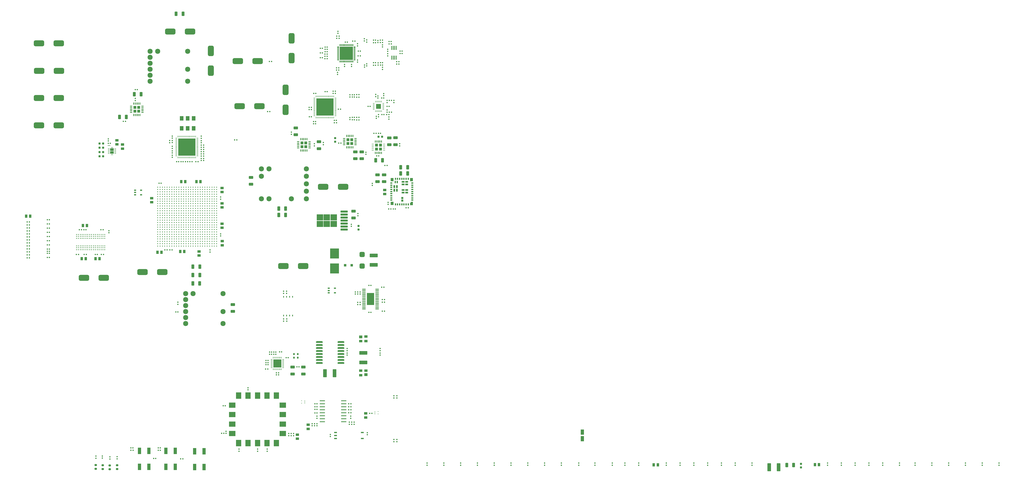
<source format=gbr>
G04*
G04 #@! TF.GenerationSoftware,Altium Limited,Altium Designer,23.11.1 (41)*
G04*
G04 Layer_Color=8421504*
%FSLAX44Y44*%
%MOMM*%
G71*
G04*
G04 #@! TF.SameCoordinates,04611707-018F-4F9C-9273-AB504833585F*
G04*
G04*
G04 #@! TF.FilePolarity,Positive*
G04*
G01*
G75*
%ADD30R,1.3000X1.3000*%
%ADD31R,1.3000X1.3000*%
%ADD32R,0.5000X1.0400*%
%ADD33R,0.8500X0.8500*%
%ADD34R,0.7300X1.2800*%
%ADD35R,1.2800X0.8000*%
%ADD36R,1.2400X1.4700*%
%ADD37R,1.3000X1.3000*%
%ADD38R,1.3000X1.3000*%
%ADD39R,2.7100X2.5750*%
%ADD40R,2.7100X2.5750*%
%ADD41R,3.1000X5.1600*%
G04:AMPARAMS|DCode=42|XSize=4.4mm|YSize=2.5mm|CornerRadius=0.625mm|HoleSize=0mm|Usage=FLASHONLY|Rotation=0.000|XOffset=0mm|YOffset=0mm|HoleType=Round|Shape=RoundedRectangle|*
%AMROUNDEDRECTD42*
21,1,4.4000,1.2500,0,0,0.0*
21,1,3.1500,2.5000,0,0,0.0*
1,1,1.2500,1.5750,-0.6250*
1,1,1.2500,-1.5750,-0.6250*
1,1,1.2500,-1.5750,0.6250*
1,1,1.2500,1.5750,0.6250*
%
%ADD42ROUNDEDRECTD42*%
G04:AMPARAMS|DCode=43|XSize=0.3mm|YSize=0.95mm|CornerRadius=0.0625mm|HoleSize=0mm|Usage=FLASHONLY|Rotation=270.000|XOffset=0mm|YOffset=0mm|HoleType=Round|Shape=RoundedRectangle|*
%AMROUNDEDRECTD43*
21,1,0.3000,0.8250,0,0,270.0*
21,1,0.1750,0.9500,0,0,270.0*
1,1,0.1250,-0.4125,-0.0875*
1,1,0.1250,-0.4125,0.0875*
1,1,0.1250,0.4125,0.0875*
1,1,0.1250,0.4125,-0.0875*
%
%ADD43ROUNDEDRECTD43*%
G04:AMPARAMS|DCode=44|XSize=0.3mm|YSize=0.95mm|CornerRadius=0.0625mm|HoleSize=0mm|Usage=FLASHONLY|Rotation=180.000|XOffset=0mm|YOffset=0mm|HoleType=Round|Shape=RoundedRectangle|*
%AMROUNDEDRECTD44*
21,1,0.3000,0.8250,0,0,180.0*
21,1,0.1750,0.9500,0,0,180.0*
1,1,0.1250,-0.0875,0.4125*
1,1,0.1250,0.0875,0.4125*
1,1,0.1250,0.0875,-0.4125*
1,1,0.1250,-0.0875,-0.4125*
%
%ADD44ROUNDEDRECTD44*%
G04:AMPARAMS|DCode=45|XSize=4.4mm|YSize=2.5mm|CornerRadius=0.625mm|HoleSize=0mm|Usage=FLASHONLY|Rotation=270.000|XOffset=0mm|YOffset=0mm|HoleType=Round|Shape=RoundedRectangle|*
%AMROUNDEDRECTD45*
21,1,4.4000,1.2500,0,0,270.0*
21,1,3.1500,2.5000,0,0,270.0*
1,1,1.2500,-0.6250,-1.5750*
1,1,1.2500,-0.6250,1.5750*
1,1,1.2500,0.6250,1.5750*
1,1,1.2500,0.6250,-1.5750*
%
%ADD45ROUNDEDRECTD45*%
%ADD46C,2.1590*%
%ADD47R,0.9000X0.5500*%
%ADD48R,0.5500X0.9000*%
G04:AMPARAMS|DCode=49|XSize=0.508mm|YSize=0.508mm|CornerRadius=0.1524mm|HoleSize=0mm|Usage=FLASHONLY|Rotation=0.000|XOffset=0mm|YOffset=0mm|HoleType=Round|Shape=RoundedRectangle|*
%AMROUNDEDRECTD49*
21,1,0.5080,0.2032,0,0,0.0*
21,1,0.2032,0.5080,0,0,0.0*
1,1,0.3048,0.1016,-0.1016*
1,1,0.3048,-0.1016,-0.1016*
1,1,0.3048,-0.1016,0.1016*
1,1,0.3048,0.1016,0.1016*
%
%ADD49ROUNDEDRECTD49*%
G04:AMPARAMS|DCode=50|XSize=1.8034mm|YSize=1.1938mm|CornerRadius=0.203mm|HoleSize=0mm|Usage=FLASHONLY|Rotation=270.000|XOffset=0mm|YOffset=0mm|HoleType=Round|Shape=RoundedRectangle|*
%AMROUNDEDRECTD50*
21,1,1.8034,0.7879,0,0,270.0*
21,1,1.3975,1.1938,0,0,270.0*
1,1,0.4059,-0.3940,-0.6988*
1,1,0.4059,-0.3940,0.6988*
1,1,0.4059,0.3940,0.6988*
1,1,0.4059,0.3940,-0.6988*
%
%ADD50ROUNDEDRECTD50*%
G04:AMPARAMS|DCode=51|XSize=0.508mm|YSize=0.508mm|CornerRadius=0.1524mm|HoleSize=0mm|Usage=FLASHONLY|Rotation=270.000|XOffset=0mm|YOffset=0mm|HoleType=Round|Shape=RoundedRectangle|*
%AMROUNDEDRECTD51*
21,1,0.5080,0.2032,0,0,270.0*
21,1,0.2032,0.5080,0,0,270.0*
1,1,0.3048,-0.1016,-0.1016*
1,1,0.3048,-0.1016,0.1016*
1,1,0.3048,0.1016,0.1016*
1,1,0.3048,0.1016,-0.1016*
%
%ADD51ROUNDEDRECTD51*%
G04:AMPARAMS|DCode=52|XSize=1.8034mm|YSize=1.1938mm|CornerRadius=0.203mm|HoleSize=0mm|Usage=FLASHONLY|Rotation=180.000|XOffset=0mm|YOffset=0mm|HoleType=Round|Shape=RoundedRectangle|*
%AMROUNDEDRECTD52*
21,1,1.8034,0.7879,0,0,180.0*
21,1,1.3975,1.1938,0,0,180.0*
1,1,0.4059,-0.6988,0.3940*
1,1,0.4059,0.6988,0.3940*
1,1,0.4059,0.6988,-0.3940*
1,1,0.4059,-0.6988,-0.3940*
%
%ADD52ROUNDEDRECTD52*%
G04:AMPARAMS|DCode=53|XSize=1.397mm|YSize=1.0922mm|CornerRadius=0.2021mm|HoleSize=0mm|Usage=FLASHONLY|Rotation=0.000|XOffset=0mm|YOffset=0mm|HoleType=Round|Shape=RoundedRectangle|*
%AMROUNDEDRECTD53*
21,1,1.3970,0.6881,0,0,0.0*
21,1,0.9929,1.0922,0,0,0.0*
1,1,0.4041,0.4964,-0.3440*
1,1,0.4041,-0.4964,-0.3440*
1,1,0.4041,-0.4964,0.3440*
1,1,0.4041,0.4964,0.3440*
%
%ADD53ROUNDEDRECTD53*%
%ADD54R,0.9500X0.5000*%
G04:AMPARAMS|DCode=55|XSize=2.26mm|YSize=2.16mm|CornerRadius=0.54mm|HoleSize=0mm|Usage=FLASHONLY|Rotation=180.000|XOffset=0mm|YOffset=0mm|HoleType=Round|Shape=RoundedRectangle|*
%AMROUNDEDRECTD55*
21,1,2.2600,1.0800,0,0,180.0*
21,1,1.1800,2.1600,0,0,180.0*
1,1,1.0800,-0.5900,0.5400*
1,1,1.0800,0.5900,0.5400*
1,1,1.0800,0.5900,-0.5400*
1,1,1.0800,-0.5900,-0.5400*
%
%ADD55ROUNDEDRECTD55*%
G04:AMPARAMS|DCode=56|XSize=0.24mm|YSize=0.6mm|CornerRadius=0.0492mm|HoleSize=0mm|Usage=FLASHONLY|Rotation=90.000|XOffset=0mm|YOffset=0mm|HoleType=Round|Shape=RoundedRectangle|*
%AMROUNDEDRECTD56*
21,1,0.2400,0.5016,0,0,90.0*
21,1,0.1416,0.6000,0,0,90.0*
1,1,0.0984,0.2508,0.0708*
1,1,0.0984,0.2508,-0.0708*
1,1,0.0984,-0.2508,-0.0708*
1,1,0.0984,-0.2508,0.0708*
%
%ADD56ROUNDEDRECTD56*%
G04:AMPARAMS|DCode=57|XSize=0.889mm|YSize=0.8636mm|CornerRadius=0.1511mm|HoleSize=0mm|Usage=FLASHONLY|Rotation=0.000|XOffset=0mm|YOffset=0mm|HoleType=Round|Shape=RoundedRectangle|*
%AMROUNDEDRECTD57*
21,1,0.8890,0.5613,0,0,0.0*
21,1,0.5867,0.8636,0,0,0.0*
1,1,0.3023,0.2934,-0.2807*
1,1,0.3023,-0.2934,-0.2807*
1,1,0.3023,-0.2934,0.2807*
1,1,0.3023,0.2934,0.2807*
%
%ADD57ROUNDEDRECTD57*%
%ADD58R,0.3048X0.4572*%
G04:AMPARAMS|DCode=59|XSize=1.397mm|YSize=1.0922mm|CornerRadius=0.2021mm|HoleSize=0mm|Usage=FLASHONLY|Rotation=270.000|XOffset=0mm|YOffset=0mm|HoleType=Round|Shape=RoundedRectangle|*
%AMROUNDEDRECTD59*
21,1,1.3970,0.6881,0,0,270.0*
21,1,0.9929,1.0922,0,0,270.0*
1,1,0.4041,-0.3440,-0.4964*
1,1,0.4041,-0.3440,0.4964*
1,1,0.4041,0.3440,0.4964*
1,1,0.4041,0.3440,-0.4964*
%
%ADD59ROUNDEDRECTD59*%
%ADD60C,0.4500*%
%ADD61O,0.4500X0.4500*%
G04:AMPARAMS|DCode=62|XSize=0.4mm|YSize=0.7mm|CornerRadius=0.1mm|HoleSize=0mm|Usage=FLASHONLY|Rotation=180.000|XOffset=0mm|YOffset=0mm|HoleType=Round|Shape=RoundedRectangle|*
%AMROUNDEDRECTD62*
21,1,0.4000,0.5000,0,0,180.0*
21,1,0.2000,0.7000,0,0,180.0*
1,1,0.2000,-0.1000,0.2500*
1,1,0.2000,0.1000,0.2500*
1,1,0.2000,0.1000,-0.2500*
1,1,0.2000,-0.1000,-0.2500*
%
%ADD62ROUNDEDRECTD62*%
%ADD63R,1.5000X1.9000*%
G04:AMPARAMS|DCode=64|XSize=0.9mm|YSize=0.25mm|CornerRadius=0.05mm|HoleSize=0mm|Usage=FLASHONLY|Rotation=180.000|XOffset=0mm|YOffset=0mm|HoleType=Round|Shape=RoundedRectangle|*
%AMROUNDEDRECTD64*
21,1,0.9000,0.1500,0,0,180.0*
21,1,0.8000,0.2500,0,0,180.0*
1,1,0.1000,-0.4000,0.0750*
1,1,0.1000,0.4000,0.0750*
1,1,0.1000,0.4000,-0.0750*
1,1,0.1000,-0.4000,-0.0750*
%
%ADD64ROUNDEDRECTD64*%
G04:AMPARAMS|DCode=65|XSize=0.889mm|YSize=0.8636mm|CornerRadius=0.1511mm|HoleSize=0mm|Usage=FLASHONLY|Rotation=90.000|XOffset=0mm|YOffset=0mm|HoleType=Round|Shape=RoundedRectangle|*
%AMROUNDEDRECTD65*
21,1,0.8890,0.5613,0,0,90.0*
21,1,0.5867,0.8636,0,0,90.0*
1,1,0.3023,0.2807,0.2934*
1,1,0.3023,0.2807,-0.2934*
1,1,0.3023,-0.2807,-0.2934*
1,1,0.3023,-0.2807,0.2934*
%
%ADD65ROUNDEDRECTD65*%
G04:AMPARAMS|DCode=66|XSize=1.55mm|YSize=3.45mm|CornerRadius=0.175mm|HoleSize=0mm|Usage=FLASHONLY|Rotation=0.000|XOffset=0mm|YOffset=0mm|HoleType=Round|Shape=RoundedRectangle|*
%AMROUNDEDRECTD66*
21,1,1.5500,3.1000,0,0,0.0*
21,1,1.2000,3.4500,0,0,0.0*
1,1,0.3500,0.6000,-1.5500*
1,1,0.3500,-0.6000,-1.5500*
1,1,0.3500,-0.6000,1.5500*
1,1,0.3500,0.6000,1.5500*
%
%ADD66ROUNDEDRECTD66*%
%ADD67R,1.3500X2.7000*%
%ADD68O,0.8000X0.2300*%
%ADD69O,0.2300X0.8000*%
%ADD70R,7.4000X7.4000*%
%ADD71O,0.4000X1.8000*%
%ADD72R,7.4000X7.4000*%
%ADD73R,1.3500X2.2000*%
%ADD74R,2.1000X2.1000*%
%ADD75O,0.2000X0.8000*%
%ADD76O,0.8000X0.2000*%
%ADD77O,0.8500X0.2800*%
%ADD78R,5.6000X5.6000*%
%ADD79O,0.2800X0.8500*%
%ADD80O,1.6000X0.3000*%
%ADD81O,2.9210X0.7620*%
%ADD82R,1.4000X1.2000*%
%ADD83R,1.4000X1.0000*%
G04:AMPARAMS|DCode=84|XSize=0.25mm|YSize=0.4mm|CornerRadius=0.05mm|HoleSize=0mm|Usage=FLASHONLY|Rotation=90.000|XOffset=0mm|YOffset=0mm|HoleType=Round|Shape=RoundedRectangle|*
%AMROUNDEDRECTD84*
21,1,0.2500,0.3000,0,0,90.0*
21,1,0.1500,0.4000,0,0,90.0*
1,1,0.1000,0.1500,0.0750*
1,1,0.1000,0.1500,-0.0750*
1,1,0.1000,-0.1500,-0.0750*
1,1,0.1000,-0.1500,0.0750*
%
%ADD84ROUNDEDRECTD84*%
%ADD85R,2.2500X2.7500*%
%ADD86R,2.7500X2.2500*%
%ADD87R,1.2800X0.5000*%
G04:AMPARAMS|DCode=88|XSize=1.55mm|YSize=3.45mm|CornerRadius=0.175mm|HoleSize=0mm|Usage=FLASHONLY|Rotation=270.000|XOffset=0mm|YOffset=0mm|HoleType=Round|Shape=RoundedRectangle|*
%AMROUNDEDRECTD88*
21,1,1.5500,3.1000,0,0,270.0*
21,1,1.2000,3.4500,0,0,270.0*
1,1,0.3500,-1.5500,-0.6000*
1,1,0.3500,-1.5500,0.6000*
1,1,0.3500,1.5500,0.6000*
1,1,0.3500,1.5500,-0.6000*
%
%ADD88ROUNDEDRECTD88*%
G04:AMPARAMS|DCode=89|XSize=3.4mm|YSize=3.4mm|CornerRadius=0mm|HoleSize=0mm|Usage=FLASHONLY|Rotation=180.000|XOffset=0mm|YOffset=0mm|HoleType=Round|Shape=RoundedRectangle|*
%AMROUNDEDRECTD89*
21,1,3.4000,3.4000,0,0,180.0*
21,1,3.4000,3.4000,0,0,180.0*
1,1,0.0000,-1.7000,1.7000*
1,1,0.0000,1.7000,1.7000*
1,1,0.0000,1.7000,-1.7000*
1,1,0.0000,-1.7000,-1.7000*
%
%ADD89ROUNDEDRECTD89*%
%ADD90R,0.2500X0.8000*%
%ADD91R,0.8000X0.2500*%
G04:AMPARAMS|DCode=92|XSize=0.6mm|YSize=0.8mm|CornerRadius=0.1375mm|HoleSize=0mm|Usage=FLASHONLY|Rotation=180.000|XOffset=0mm|YOffset=0mm|HoleType=Round|Shape=RoundedRectangle|*
%AMROUNDEDRECTD92*
21,1,0.6000,0.5250,0,0,180.0*
21,1,0.3250,0.8000,0,0,180.0*
1,1,0.2750,-0.1625,0.2625*
1,1,0.2750,0.1625,0.2625*
1,1,0.2750,0.1625,-0.2625*
1,1,0.2750,-0.1625,-0.2625*
%
%ADD92ROUNDEDRECTD92*%
G04:AMPARAMS|DCode=93|XSize=3.06mm|YSize=0.89mm|CornerRadius=0.2225mm|HoleSize=0mm|Usage=FLASHONLY|Rotation=180.000|XOffset=0mm|YOffset=0mm|HoleType=Round|Shape=RoundedRectangle|*
%AMROUNDEDRECTD93*
21,1,3.0600,0.4450,0,0,180.0*
21,1,2.6150,0.8900,0,0,180.0*
1,1,0.4450,-1.3075,0.2225*
1,1,0.4450,1.3075,0.2225*
1,1,0.4450,1.3075,-0.2225*
1,1,0.4450,-1.3075,-0.2225*
%
%ADD93ROUNDEDRECTD93*%
%ADD94R,2.1990X0.4590*%
G04:AMPARAMS|DCode=95|XSize=1.1mm|YSize=1.1mm|CornerRadius=0.13mm|HoleSize=0mm|Usage=FLASHONLY|Rotation=270.000|XOffset=0mm|YOffset=0mm|HoleType=Round|Shape=RoundedRectangle|*
%AMROUNDEDRECTD95*
21,1,1.1000,0.8400,0,0,270.0*
21,1,0.8400,1.1000,0,0,270.0*
1,1,0.2600,-0.4200,-0.4200*
1,1,0.2600,-0.4200,0.4200*
1,1,0.2600,0.4200,0.4200*
1,1,0.2600,0.4200,-0.4200*
%
%ADD95ROUNDEDRECTD95*%
G04:AMPARAMS|DCode=96|XSize=1.1mm|YSize=1.1mm|CornerRadius=0.25mm|HoleSize=0mm|Usage=FLASHONLY|Rotation=270.000|XOffset=0mm|YOffset=0mm|HoleType=Round|Shape=RoundedRectangle|*
%AMROUNDEDRECTD96*
21,1,1.1000,0.6000,0,0,270.0*
21,1,0.6000,1.1000,0,0,270.0*
1,1,0.5000,-0.3000,-0.3000*
1,1,0.5000,-0.3000,0.3000*
1,1,0.5000,0.3000,0.3000*
1,1,0.5000,0.3000,-0.3000*
%
%ADD96ROUNDEDRECTD96*%
%ADD97R,3.8100X4.2418*%
G04:AMPARAMS|DCode=98|XSize=1mm|YSize=0.8mm|CornerRadius=0.2mm|HoleSize=0mm|Usage=FLASHONLY|Rotation=0.000|XOffset=0mm|YOffset=0mm|HoleType=Round|Shape=RoundedRectangle|*
%AMROUNDEDRECTD98*
21,1,1.0000,0.4000,0,0,0.0*
21,1,0.6000,0.8000,0,0,0.0*
1,1,0.4000,0.3000,-0.2000*
1,1,0.4000,-0.3000,-0.2000*
1,1,0.4000,-0.3000,0.2000*
1,1,0.4000,0.3000,0.2000*
%
%ADD98ROUNDEDRECTD98*%
G36*
X685613Y1395180D02*
X687112Y1395179D01*
X687112Y1395179D01*
X687212Y1395180D01*
X687396Y1395104D01*
X687536Y1394963D01*
X687613Y1394780D01*
Y1394680D01*
X687613Y1392281D01*
X687613Y1392281D01*
X687613Y1392181D01*
X687537Y1391997D01*
X687396Y1391855D01*
X687212Y1391779D01*
X687112Y1391779D01*
X685612Y1391779D01*
X685612Y1391779D01*
X685512Y1391780D01*
X685329Y1391856D01*
X685188Y1391997D01*
X685112Y1392181D01*
X685112Y1392280D01*
X685112Y1394680D01*
X685112D01*
X685112Y1394779D01*
X685189Y1394963D01*
X685329Y1395104D01*
X685513Y1395180D01*
X685613Y1395180D01*
D02*
G37*
G36*
X680613D02*
X682112Y1395179D01*
X682112Y1395179D01*
X682212Y1395180D01*
X682396Y1395104D01*
X682536Y1394963D01*
X682613Y1394780D01*
Y1394680D01*
X682613Y1392281D01*
X682613Y1392281D01*
X682613Y1392181D01*
X682537Y1391997D01*
X682396Y1391855D01*
X682212Y1391779D01*
X682112Y1391779D01*
X680612Y1391779D01*
X680612Y1391779D01*
X680512Y1391780D01*
X680329Y1391856D01*
X680188Y1391997D01*
X680112Y1392181D01*
X680112Y1392280D01*
X680112Y1394680D01*
X680112D01*
X680112Y1394779D01*
X680189Y1394963D01*
X680329Y1395104D01*
X680513Y1395180D01*
X680613Y1395180D01*
D02*
G37*
G36*
X690361Y1389780D02*
X690560Y1389780D01*
X690928Y1389628D01*
X691209Y1389347D01*
X691361Y1388980D01*
X691361Y1388781D01*
X691362Y1380179D01*
X691362Y1380179D01*
X691361Y1379980D01*
X691209Y1379613D01*
X690928Y1379332D01*
X690561Y1379180D01*
X690363Y1379180D01*
X677362Y1379179D01*
X677362Y1379179D01*
X677163Y1379180D01*
X676796Y1379332D01*
X676514Y1379613D01*
X676362Y1379981D01*
X676362Y1380179D01*
X676362Y1388779D01*
Y1388779D01*
X676361Y1388978D01*
X676514Y1389346D01*
X676795Y1389628D01*
X677163Y1389780D01*
X677362Y1389780D01*
X690361Y1389780D01*
X690361Y1389780D01*
D02*
G37*
G36*
X690363Y1377180D02*
X690562Y1377180D01*
X690929Y1377028D01*
X691210Y1376746D01*
X691363Y1376379D01*
X691363Y1376180D01*
X691363Y1367580D01*
X691363Y1367580D01*
X691363Y1367381D01*
X691211Y1367013D01*
X690929Y1366732D01*
X690562Y1366579D01*
X690362Y1366580D01*
X677363Y1366579D01*
X677363Y1366579D01*
X677165Y1366579D01*
X676797Y1366731D01*
X676516Y1367012D01*
X676363Y1367379D01*
X676363Y1367578D01*
X676363Y1376180D01*
X676363D01*
X676363Y1376379D01*
X676515Y1376746D01*
X676796Y1377027D01*
X677163Y1377179D01*
X677362Y1377179D01*
X690363Y1377180D01*
X690363Y1377180D01*
D02*
G37*
G36*
X685613Y1364580D02*
X687113Y1364580D01*
X687113Y1364580D01*
X687212Y1364580D01*
X687396Y1364503D01*
X687536Y1364362D01*
X687612Y1364178D01*
X687613Y1364079D01*
X687612Y1361680D01*
X687612Y1361680D01*
X687612Y1361580D01*
X687536Y1361396D01*
X687395Y1361255D01*
X687212Y1361179D01*
X687112Y1361179D01*
X685613Y1361180D01*
X685612Y1361180D01*
X685513Y1361180D01*
X685329Y1361255D01*
X685188Y1361396D01*
X685112Y1361580D01*
Y1361679D01*
X685111Y1364079D01*
Y1364079D01*
X685111Y1364178D01*
X685188Y1364363D01*
X685329Y1364504D01*
X685513Y1364580D01*
X685613Y1364580D01*
D02*
G37*
G36*
X680613D02*
X682113Y1364580D01*
X682113Y1364580D01*
X682212Y1364580D01*
X682396Y1364503D01*
X682536Y1364362D01*
X682612Y1364178D01*
X682612Y1364079D01*
X682612Y1361680D01*
X682612Y1361680D01*
X682612Y1361580D01*
X682536Y1361396D01*
X682395Y1361255D01*
X682212Y1361179D01*
X682112Y1361179D01*
X680613Y1361180D01*
X680612Y1361180D01*
X680513Y1361180D01*
X680329Y1361255D01*
X680188Y1361396D01*
X680112Y1361580D01*
Y1361679D01*
X680111Y1364079D01*
Y1364079D01*
X680111Y1364178D01*
X680188Y1364363D01*
X680329Y1364504D01*
X680513Y1364580D01*
X680613Y1364580D01*
D02*
G37*
G36*
X1959119Y1148576D02*
X1946719D01*
Y1156376D01*
Y1157376D01*
X1951919Y1163276D01*
X1959119D01*
Y1148576D01*
D02*
G37*
G36*
X1399430Y483220D02*
X1390730D01*
Y491920D01*
X1399430D01*
Y483220D01*
D02*
G37*
G36*
X1388730D02*
X1380030D01*
Y491920D01*
X1388730D01*
Y483220D01*
D02*
G37*
G36*
X1378030D02*
X1369330D01*
Y491920D01*
X1378030D01*
Y483220D01*
D02*
G37*
G36*
X1399430Y472520D02*
X1390730D01*
Y481220D01*
X1399430D01*
Y472520D01*
D02*
G37*
G36*
X1388730D02*
X1380030D01*
Y481220D01*
X1388730D01*
Y472520D01*
D02*
G37*
G36*
X1378030D02*
X1369330D01*
Y481220D01*
X1378030D01*
Y472520D01*
D02*
G37*
G36*
X1399430Y461820D02*
X1390730D01*
Y470520D01*
X1399430D01*
Y461820D01*
D02*
G37*
G36*
X1388730D02*
X1380030D01*
Y470520D01*
X1388730D01*
Y461820D01*
D02*
G37*
G36*
X1378030D02*
X1369330D01*
Y470520D01*
X1378030D01*
Y461820D01*
D02*
G37*
D30*
X1683537Y1410293D02*
D03*
X1699536D02*
D03*
X797273Y1547080D02*
D03*
X1504810Y1412611D02*
D03*
X1821399Y1386027D02*
D03*
Y1403026D02*
D03*
X1804400D02*
D03*
Y1386027D02*
D03*
D31*
X1683537Y1426293D02*
D03*
X1699536D02*
D03*
X797273Y1563080D02*
D03*
X1504810Y1396611D02*
D03*
D32*
X1884617Y1246979D02*
D03*
X1892617D02*
D03*
D33*
X1914110Y1167627D02*
D03*
Y1179127D02*
D03*
D34*
X1880267Y1227479D02*
D03*
X1890567D02*
D03*
X1880267Y1211679D02*
D03*
X1890567D02*
D03*
D35*
X1917010Y1236777D02*
D03*
X1917017Y1247770D02*
D03*
X1932810Y1236777D02*
D03*
X1932817Y1247770D02*
D03*
Y1212970D02*
D03*
X1932810Y1201977D02*
D03*
X1917017Y1212970D02*
D03*
X1917010Y1201977D02*
D03*
D36*
X1870917Y1155871D02*
D03*
Y1256870D02*
D03*
X1952917D02*
D03*
D37*
X781273Y1563080D02*
D03*
X1488810Y1396611D02*
D03*
D38*
X781273Y1547080D02*
D03*
X1488810Y1412611D02*
D03*
D39*
X1594011Y1069117D02*
D03*
X1564911Y1096883D02*
D03*
X1623111D02*
D03*
D40*
Y1069123D02*
D03*
X1564911D02*
D03*
X1594011Y1096876D02*
D03*
D41*
X1779170Y750200D02*
D03*
D42*
X374470Y1487170D02*
D03*
X458470D02*
D03*
X374470Y1602740D02*
D03*
X458470D02*
D03*
X1217063Y1759551D02*
D03*
X1301063D02*
D03*
X458470Y1835150D02*
D03*
X374470D02*
D03*
X459054Y1718576D02*
D03*
X375054D02*
D03*
X896864Y865037D02*
D03*
X812864D02*
D03*
X649140Y840110D02*
D03*
X565140D02*
D03*
X931031Y1884903D02*
D03*
X1015031D02*
D03*
X1494282Y890524D02*
D03*
X1410282D02*
D03*
X1578809Y1226536D02*
D03*
X1662809D02*
D03*
X1224743Y1568704D02*
D03*
X1308743D02*
D03*
D43*
X1715536Y1405306D02*
D03*
Y1411806D02*
D03*
Y1418307D02*
D03*
Y1424806D02*
D03*
Y1431306D02*
D03*
X1667537Y1411806D02*
D03*
Y1405306D02*
D03*
Y1431306D02*
D03*
Y1424806D02*
D03*
Y1418307D02*
D03*
X765273Y1542080D02*
D03*
X813273D02*
D03*
Y1548580D02*
D03*
Y1555081D02*
D03*
Y1561580D02*
D03*
Y1568080D02*
D03*
X765273D02*
D03*
Y1561580D02*
D03*
Y1555081D02*
D03*
Y1548580D02*
D03*
X1472810Y1417611D02*
D03*
Y1411111D02*
D03*
Y1404611D02*
D03*
Y1398111D02*
D03*
Y1391611D02*
D03*
X1520810Y1411111D02*
D03*
Y1417611D02*
D03*
Y1391611D02*
D03*
Y1398111D02*
D03*
Y1404611D02*
D03*
D44*
X1704536Y1394307D02*
D03*
Y1442307D02*
D03*
X1698036D02*
D03*
X1691537D02*
D03*
X1685037D02*
D03*
X1678536D02*
D03*
Y1394307D02*
D03*
X1685037D02*
D03*
X1691537D02*
D03*
X1698036D02*
D03*
X776273Y1531080D02*
D03*
X782772D02*
D03*
X789273D02*
D03*
X795773D02*
D03*
X802272D02*
D03*
X782772Y1579080D02*
D03*
X776273D02*
D03*
X802272D02*
D03*
X795773D02*
D03*
X789273D02*
D03*
X1483810Y1428611D02*
D03*
Y1380611D02*
D03*
X1490310D02*
D03*
X1496810D02*
D03*
X1503310D02*
D03*
X1509810D02*
D03*
Y1428611D02*
D03*
X1503310D02*
D03*
X1496810D02*
D03*
X1490310D02*
D03*
X1825898Y1370534D02*
D03*
X1819398D02*
D03*
X1812899D02*
D03*
X1806399D02*
D03*
X1799899D02*
D03*
Y1418534D02*
D03*
X1806399D02*
D03*
X1812899D02*
D03*
X1819398D02*
D03*
X1825898D02*
D03*
D45*
X1419310Y1553464D02*
D03*
Y1637464D02*
D03*
X1102822Y1803332D02*
D03*
Y1719333D02*
D03*
X1445171Y1856071D02*
D03*
Y1772071D02*
D03*
D46*
X1154560Y646348D02*
D03*
Y697148D02*
D03*
Y773348D02*
D03*
X995810Y646348D02*
D03*
Y697148D02*
D03*
Y671748D02*
D03*
Y747948D02*
D03*
Y722548D02*
D03*
X1027560Y773348D02*
D03*
X995810D02*
D03*
X1004109Y1674207D02*
D03*
Y1725007D02*
D03*
Y1801207D02*
D03*
X845359Y1674207D02*
D03*
Y1725007D02*
D03*
Y1699607D02*
D03*
Y1775807D02*
D03*
Y1750407D02*
D03*
X877109Y1801207D02*
D03*
X845359D02*
D03*
X1444334Y1175960D02*
D03*
X1349084D02*
D03*
X1507834Y1207710D02*
D03*
Y1175960D02*
D03*
Y1271210D02*
D03*
X1349084Y1302960D02*
D03*
X1507834Y1239460D02*
D03*
Y1302960D02*
D03*
X1317334Y1175960D02*
D03*
Y1271210D02*
D03*
Y1302960D02*
D03*
D47*
X1956169Y1206376D02*
D03*
Y1197376D02*
D03*
Y1188376D02*
D03*
Y1179376D02*
D03*
Y1170376D02*
D03*
Y1215376D02*
D03*
Y1224376D02*
D03*
Y1233376D02*
D03*
Y1242376D02*
D03*
X1867669D02*
D03*
Y1233376D02*
D03*
Y1224376D02*
D03*
Y1215376D02*
D03*
Y1170376D02*
D03*
Y1179376D02*
D03*
Y1188376D02*
D03*
Y1197376D02*
D03*
Y1206376D02*
D03*
D48*
X1911919Y1260626D02*
D03*
X1920919D02*
D03*
X1929919D02*
D03*
X1938919D02*
D03*
X1902919D02*
D03*
X1893919D02*
D03*
X1884919D02*
D03*
Y1152126D02*
D03*
X1893919D02*
D03*
X1902919D02*
D03*
X1938919D02*
D03*
X1929919D02*
D03*
X1920919D02*
D03*
X1911919D02*
D03*
D49*
X783101Y1601067D02*
D03*
Y1592177D02*
D03*
X1579372Y1413945D02*
D03*
Y1405055D02*
D03*
X1725927Y1103923D02*
D03*
Y1112813D02*
D03*
X1787259Y1231971D02*
D03*
Y1240861D02*
D03*
X668400Y1420694D02*
D03*
Y1429584D02*
D03*
X670730Y1031245D02*
D03*
Y1040135D02*
D03*
X1143974Y1182883D02*
D03*
Y1173993D02*
D03*
X1144186Y1026927D02*
D03*
Y1018037D02*
D03*
X1099101Y958465D02*
D03*
Y949575D02*
D03*
X963042Y736645D02*
D03*
Y727755D02*
D03*
X1444223Y1449047D02*
D03*
Y1457937D02*
D03*
X1903229Y1400088D02*
D03*
Y1408978D02*
D03*
X1853820Y1151631D02*
D03*
Y1160521D02*
D03*
X2729874Y54365D02*
D03*
Y45475D02*
D03*
X2661294Y54365D02*
D03*
Y45475D02*
D03*
X2587634Y54365D02*
D03*
Y45475D02*
D03*
X2516514Y54365D02*
D03*
Y45475D02*
D03*
X2445394Y54365D02*
D03*
Y45475D02*
D03*
X2374274Y54365D02*
D03*
Y45475D02*
D03*
X2303154Y54365D02*
D03*
Y45475D02*
D03*
X2232034Y54365D02*
D03*
Y45475D02*
D03*
X2160914Y54365D02*
D03*
Y45475D02*
D03*
X2089794Y54365D02*
D03*
Y45475D02*
D03*
X2018674Y54365D02*
D03*
Y45475D02*
D03*
X3395100Y54365D02*
D03*
Y45475D02*
D03*
X3323980Y54365D02*
D03*
Y45475D02*
D03*
X3265560Y54365D02*
D03*
Y45475D02*
D03*
X3207140Y54365D02*
D03*
Y45475D02*
D03*
X3148720Y54365D02*
D03*
Y45475D02*
D03*
X3090300Y54365D02*
D03*
Y45475D02*
D03*
X3032134Y54365D02*
D03*
Y45475D02*
D03*
X2915294Y54365D02*
D03*
Y45475D02*
D03*
X2856874Y54365D02*
D03*
Y45475D02*
D03*
X2803534Y54365D02*
D03*
Y45475D02*
D03*
X4441834D02*
D03*
Y54365D02*
D03*
X4370714Y45475D02*
D03*
Y54365D02*
D03*
X4299594Y45475D02*
D03*
Y54365D02*
D03*
X4228474Y45475D02*
D03*
Y54365D02*
D03*
X4157354Y45475D02*
D03*
Y54365D02*
D03*
X4086234Y45475D02*
D03*
Y54365D02*
D03*
X4020194Y45475D02*
D03*
Y54365D02*
D03*
X3949074Y45475D02*
D03*
Y54365D02*
D03*
X3890654Y45475D02*
D03*
Y54365D02*
D03*
X3832234Y45475D02*
D03*
Y54365D02*
D03*
X3774068Y45475D02*
D03*
Y54365D02*
D03*
X3715648Y45475D02*
D03*
Y54365D02*
D03*
X1423718Y783359D02*
D03*
Y774469D02*
D03*
X1410764Y656613D02*
D03*
Y665503D02*
D03*
Y774449D02*
D03*
Y783339D02*
D03*
X1424226Y665522D02*
D03*
Y656632D02*
D03*
X1071881Y1356827D02*
D03*
Y1365717D02*
D03*
Y1338031D02*
D03*
Y1346921D02*
D03*
X928625Y1422613D02*
D03*
Y1413723D02*
D03*
X1061975Y1394419D02*
D03*
Y1403309D02*
D03*
X1072135Y1394419D02*
D03*
Y1403309D02*
D03*
X1061975Y1375623D02*
D03*
Y1384513D02*
D03*
X1072135Y1375623D02*
D03*
Y1384513D02*
D03*
X1061975Y1338031D02*
D03*
Y1346921D02*
D03*
Y1356827D02*
D03*
Y1365717D02*
D03*
X939040Y1422864D02*
D03*
Y1413974D02*
D03*
X1062230Y1441155D02*
D03*
Y1432265D02*
D03*
X1061975Y1422356D02*
D03*
Y1413466D02*
D03*
X939040Y1351493D02*
D03*
Y1360383D02*
D03*
Y1370289D02*
D03*
Y1379179D02*
D03*
X939166Y1441663D02*
D03*
Y1432773D02*
D03*
X939040Y1389085D02*
D03*
Y1397975D02*
D03*
X1724290Y1755267D02*
D03*
Y1764157D02*
D03*
X1852422Y1809877D02*
D03*
Y1800987D02*
D03*
X1852422Y1782191D02*
D03*
Y1791081D02*
D03*
X1800858Y1609471D02*
D03*
Y1618361D02*
D03*
X1803398Y1525397D02*
D03*
Y1516507D02*
D03*
X1810766Y1602988D02*
D03*
Y1611878D02*
D03*
X1813306Y1523619D02*
D03*
Y1532509D02*
D03*
X1528999Y1554353D02*
D03*
Y1563243D02*
D03*
X1519091Y1554353D02*
D03*
Y1563243D02*
D03*
X1669542Y1736625D02*
D03*
Y1745515D02*
D03*
X1699076Y1736625D02*
D03*
Y1745515D02*
D03*
X1835390Y1612896D02*
D03*
Y1621786D02*
D03*
X1849256Y1583973D02*
D03*
Y1592863D02*
D03*
X1877963Y1592734D02*
D03*
Y1583844D02*
D03*
X1849256Y1551940D02*
D03*
Y1543050D02*
D03*
X1856994Y1522652D02*
D03*
Y1513762D02*
D03*
X1691913Y1520259D02*
D03*
Y1511369D02*
D03*
X1691861Y1616610D02*
D03*
Y1607720D02*
D03*
X1830103Y1733105D02*
D03*
Y1724215D02*
D03*
X1830107Y1828498D02*
D03*
Y1819608D02*
D03*
X1763417Y1739363D02*
D03*
Y1748253D02*
D03*
X1753491Y1734363D02*
D03*
Y1743253D02*
D03*
X1810900Y1838430D02*
D03*
Y1847320D02*
D03*
X1811485Y1742912D02*
D03*
Y1751802D02*
D03*
X1763163Y1849283D02*
D03*
Y1840394D02*
D03*
X1753237Y1854284D02*
D03*
Y1845394D02*
D03*
X1639784Y1702871D02*
D03*
Y1711761D02*
D03*
X1641132Y1886159D02*
D03*
Y1877269D02*
D03*
X1636498Y1865501D02*
D03*
Y1856611D02*
D03*
X1646498Y1865501D02*
D03*
Y1856611D02*
D03*
X1644909Y1721824D02*
D03*
Y1730714D02*
D03*
X1635001Y1721824D02*
D03*
Y1730714D02*
D03*
X1541559Y1400219D02*
D03*
Y1409109D02*
D03*
X1714500Y780415D02*
D03*
Y771525D02*
D03*
X1724660Y780415D02*
D03*
Y771525D02*
D03*
X1734820D02*
D03*
Y780415D02*
D03*
Y735965D02*
D03*
Y727075D02*
D03*
X1724660Y735965D02*
D03*
Y727075D02*
D03*
X1819910Y540385D02*
D03*
Y531495D02*
D03*
X1819910Y512445D02*
D03*
Y521335D02*
D03*
X1221740Y104775D02*
D03*
Y113665D02*
D03*
X1300480Y104775D02*
D03*
Y113665D02*
D03*
X1259840Y374015D02*
D03*
Y365125D02*
D03*
X1167130Y189230D02*
D03*
Y180340D02*
D03*
X1452880Y170815D02*
D03*
Y179705D02*
D03*
X1442720D02*
D03*
Y170815D02*
D03*
X1432560D02*
D03*
Y179705D02*
D03*
X1541780Y212725D02*
D03*
Y221615D02*
D03*
X1551940D02*
D03*
Y212725D02*
D03*
X1531620D02*
D03*
Y221615D02*
D03*
X1765300Y183515D02*
D03*
Y174625D02*
D03*
X1709420Y219075D02*
D03*
Y227965D02*
D03*
X1699260Y219075D02*
D03*
Y227965D02*
D03*
X1609090Y175895D02*
D03*
Y167005D02*
D03*
X1689100Y227965D02*
D03*
Y219075D02*
D03*
X1891030Y339725D02*
D03*
Y330835D02*
D03*
X1878330D02*
D03*
Y339725D02*
D03*
X1551940Y244475D02*
D03*
Y253365D02*
D03*
X1341120Y104775D02*
D03*
Y113665D02*
D03*
X1695450Y244475D02*
D03*
Y253365D02*
D03*
X1878330Y145415D02*
D03*
Y154305D02*
D03*
X1891030D02*
D03*
Y145415D02*
D03*
X1369060Y525145D02*
D03*
Y516255D02*
D03*
X1360170D02*
D03*
Y525145D02*
D03*
X1377950Y516255D02*
D03*
Y525145D02*
D03*
X1351280D02*
D03*
Y516255D02*
D03*
X1380490Y437515D02*
D03*
Y428625D02*
D03*
X1389380D02*
D03*
Y437515D02*
D03*
X1680210Y512445D02*
D03*
Y521335D02*
D03*
X1680210Y540385D02*
D03*
Y531495D02*
D03*
X1760117Y1373246D02*
D03*
Y1364356D02*
D03*
X1697990Y1067435D02*
D03*
Y1058545D02*
D03*
X675273Y71732D02*
D03*
Y80622D02*
D03*
X706053Y72680D02*
D03*
Y81570D02*
D03*
X615947Y75146D02*
D03*
Y84036D02*
D03*
X642851Y75417D02*
D03*
Y84307D02*
D03*
X1724406Y1824355D02*
D03*
Y1833245D02*
D03*
D50*
X807645Y1619364D02*
D03*
X778689D02*
D03*
X1830373Y1339193D02*
D03*
X1801417D02*
D03*
X1026838Y887608D02*
D03*
X1055794D02*
D03*
X1026584Y816234D02*
D03*
X1055540D02*
D03*
X1026838Y852048D02*
D03*
X1055794D02*
D03*
X984773Y1960121D02*
D03*
X955817D02*
D03*
X744632Y1522658D02*
D03*
X715676D02*
D03*
X1419562Y1134460D02*
D03*
X1390606D02*
D03*
Y1106960D02*
D03*
X1419562D02*
D03*
X1936285Y1282729D02*
D03*
X1907329D02*
D03*
X1936285Y1309148D02*
D03*
X1907329D02*
D03*
X3571630Y45856D02*
D03*
X3542674D02*
D03*
D51*
X791239Y1638344D02*
D03*
X782349D02*
D03*
X1849094Y1316642D02*
D03*
X1840204D02*
D03*
X1814110Y1357919D02*
D03*
X1805220D02*
D03*
X1334770Y453628D02*
D03*
X1343660D02*
D03*
X677268Y1410786D02*
D03*
X668378D02*
D03*
X637075Y1044580D02*
D03*
X645965D02*
D03*
X541825Y939170D02*
D03*
X532935D02*
D03*
X612945Y939170D02*
D03*
X621835D02*
D03*
X647870Y939171D02*
D03*
X638980D02*
D03*
X565955Y939170D02*
D03*
X574845D02*
D03*
X333545Y976000D02*
D03*
X324655D02*
D03*
X333545Y988700D02*
D03*
X324655D02*
D03*
X333545Y937900D02*
D03*
X324655D02*
D03*
X333545Y925200D02*
D03*
X324655D02*
D03*
X333545Y963300D02*
D03*
X324655D02*
D03*
X324655Y950600D02*
D03*
X333545D02*
D03*
X333545Y1026800D02*
D03*
X324655D02*
D03*
X333545Y1052200D02*
D03*
X324655D02*
D03*
Y1039500D02*
D03*
X333545D02*
D03*
Y1077600D02*
D03*
X324655D02*
D03*
X333545Y1064900D02*
D03*
X324655D02*
D03*
X333545Y1014100D02*
D03*
X324655D02*
D03*
X333545Y1001400D02*
D03*
X324655D02*
D03*
X418635Y953140D02*
D03*
X409745D02*
D03*
X418635Y979810D02*
D03*
X409745D02*
D03*
X418635Y997590D02*
D03*
X409745D02*
D03*
X418635Y944250D02*
D03*
X409745D02*
D03*
Y1015370D02*
D03*
X418635D02*
D03*
Y1050930D02*
D03*
X409745D02*
D03*
X418635Y926470D02*
D03*
X409745D02*
D03*
X418828Y1086494D02*
D03*
X409938D02*
D03*
X409745Y1068710D02*
D03*
X418635D02*
D03*
X409745Y1033150D02*
D03*
X418635D02*
D03*
Y962030D02*
D03*
X409745D02*
D03*
X545635Y1044580D02*
D03*
X554525D02*
D03*
X564685D02*
D03*
X573575D02*
D03*
X892091Y1241684D02*
D03*
X883201D02*
D03*
X908193Y958453D02*
D03*
X917083D02*
D03*
X938319Y958537D02*
D03*
X929429D02*
D03*
X963042Y695878D02*
D03*
X954152D02*
D03*
X966599Y1333078D02*
D03*
X957709D02*
D03*
X741035Y1504424D02*
D03*
X732145D02*
D03*
X1212723Y1425702D02*
D03*
X1203833D02*
D03*
X1802739Y1452890D02*
D03*
X1793849D02*
D03*
X1821789D02*
D03*
X1812899D02*
D03*
X1865364Y1132276D02*
D03*
X1856474D02*
D03*
X1884414D02*
D03*
X1875524D02*
D03*
X1930029Y1137737D02*
D03*
X1938919D02*
D03*
X879928Y109107D02*
D03*
X888818D02*
D03*
X879928Y119267D02*
D03*
X888818D02*
D03*
X764104Y108599D02*
D03*
X772994D02*
D03*
X763850Y118759D02*
D03*
X772740D02*
D03*
X860370Y74309D02*
D03*
X869260D02*
D03*
X974924Y72531D02*
D03*
X983814D02*
D03*
X1048132Y1333078D02*
D03*
X1039242D02*
D03*
X1014104D02*
D03*
X1022994D02*
D03*
X976507D02*
D03*
X985397D02*
D03*
X1004196D02*
D03*
X995306D02*
D03*
X1736217Y1802384D02*
D03*
X1727327D02*
D03*
X1735963Y1782064D02*
D03*
X1727073D02*
D03*
X1866773Y1842890D02*
D03*
X1857883D02*
D03*
X1858137Y1832982D02*
D03*
X1867027D02*
D03*
X1890395Y1747012D02*
D03*
X1899285D02*
D03*
X1913192Y1801878D02*
D03*
X1904302D02*
D03*
X1913255Y1791970D02*
D03*
X1904365D02*
D03*
X1899285Y1756918D02*
D03*
X1890395D02*
D03*
X1858146Y1567434D02*
D03*
X1849256D02*
D03*
X1777619D02*
D03*
X1768729D02*
D03*
X1642926Y1555757D02*
D03*
X1651817D02*
D03*
X1528999Y1523492D02*
D03*
X1520109D02*
D03*
X1634744Y1508252D02*
D03*
X1625854D02*
D03*
X1634871Y1498344D02*
D03*
X1625981D02*
D03*
X1681099Y1839976D02*
D03*
X1672209D02*
D03*
X1630045Y1632106D02*
D03*
X1621155D02*
D03*
X1586777Y1630469D02*
D03*
X1595667D02*
D03*
X1629791Y1622198D02*
D03*
X1620901D02*
D03*
X1343457Y1545844D02*
D03*
X1352346D02*
D03*
X1538351Y1622198D02*
D03*
X1547241D02*
D03*
X1537589Y1503521D02*
D03*
X1546479D02*
D03*
X1537589Y1493612D02*
D03*
X1546479D02*
D03*
X1712849Y1844192D02*
D03*
X1703959D02*
D03*
X1826333Y1602988D02*
D03*
X1835223D02*
D03*
X1859165Y1592734D02*
D03*
X1868055D02*
D03*
X1859165Y1543050D02*
D03*
X1868055D02*
D03*
X1848104Y1532560D02*
D03*
X1856994D02*
D03*
X1827476D02*
D03*
X1836366D02*
D03*
X1721115Y1521405D02*
D03*
X1730005D02*
D03*
X1721115Y1510117D02*
D03*
X1730005D02*
D03*
X1701821Y1520715D02*
D03*
X1710712D02*
D03*
X1701821Y1510806D02*
D03*
X1710712D02*
D03*
X1721198Y1617502D02*
D03*
X1730088D02*
D03*
X1721063Y1606214D02*
D03*
X1729953D02*
D03*
X1701769Y1607166D02*
D03*
X1710659D02*
D03*
X1701769Y1617074D02*
D03*
X1710659D02*
D03*
X1791606Y1848844D02*
D03*
X1800497D02*
D03*
X1791606Y1837542D02*
D03*
X1800497D02*
D03*
X1820808Y1838407D02*
D03*
X1829698D02*
D03*
X1820808Y1848336D02*
D03*
X1829698D02*
D03*
X1586566Y1789580D02*
D03*
X1595456D02*
D03*
X1586506Y1769763D02*
D03*
X1595396D02*
D03*
X1586628Y1799488D02*
D03*
X1595518D02*
D03*
X1586506Y1779671D02*
D03*
X1595396D02*
D03*
X1586689Y1809397D02*
D03*
X1595580D02*
D03*
X1586628Y1819305D02*
D03*
X1595518D02*
D03*
X1791861Y1753200D02*
D03*
X1800751D02*
D03*
X1821393Y1752922D02*
D03*
X1830283D02*
D03*
X1791861Y1741903D02*
D03*
X1800750D02*
D03*
X1821470Y1743014D02*
D03*
X1830360D02*
D03*
X1566646Y1813920D02*
D03*
X1575536D02*
D03*
X1566584Y1794691D02*
D03*
X1575474D02*
D03*
X1566462Y1774508D02*
D03*
X1575352D02*
D03*
X1838325Y736600D02*
D03*
X1829435D02*
D03*
Y748030D02*
D03*
X1838325D02*
D03*
X1772285Y807720D02*
D03*
X1781175D02*
D03*
X1835785Y800100D02*
D03*
X1826895D02*
D03*
X1838325Y698500D02*
D03*
X1829435D02*
D03*
X1772285Y693420D02*
D03*
X1781175D02*
D03*
X1148715Y180340D02*
D03*
X1157605D02*
D03*
X1784985Y265430D02*
D03*
X1776095D02*
D03*
X1543685Y306070D02*
D03*
X1552575D02*
D03*
X1543685Y293370D02*
D03*
X1552575D02*
D03*
X1543685Y281940D02*
D03*
X1552575D02*
D03*
X1543685Y266700D02*
D03*
X1552575D02*
D03*
X1687195Y306070D02*
D03*
X1696085D02*
D03*
X1687195Y293370D02*
D03*
X1696085D02*
D03*
X1687195Y280670D02*
D03*
X1696085D02*
D03*
X1687195Y267970D02*
D03*
X1696085D02*
D03*
X1467485Y462280D02*
D03*
X1476375D02*
D03*
X1402715Y525780D02*
D03*
X1393825D02*
D03*
X1345184Y480620D02*
D03*
X1336294D02*
D03*
Y489510D02*
D03*
X1345184D02*
D03*
X1430655Y501650D02*
D03*
X1421765D02*
D03*
X1336294Y471730D02*
D03*
X1345184D02*
D03*
X1653861Y1411806D02*
D03*
X1644971D02*
D03*
X1163955Y297180D02*
D03*
X1155065D02*
D03*
X1360118Y1757773D02*
D03*
X1351228D02*
D03*
D52*
X1858647Y1434053D02*
D03*
Y1405097D02*
D03*
X1196216Y726866D02*
D03*
Y697910D02*
D03*
X1272584Y1266438D02*
D03*
Y1237482D02*
D03*
X1560962Y1417339D02*
D03*
Y1388383D02*
D03*
X1885065Y1434310D02*
D03*
Y1405354D02*
D03*
X1836789Y1248311D02*
D03*
Y1277267D02*
D03*
X1808962Y1248351D02*
D03*
Y1277307D02*
D03*
X1462387Y1476479D02*
D03*
Y1447523D02*
D03*
X1494790Y461518D02*
D03*
Y432562D02*
D03*
X1449070Y461518D02*
D03*
Y432562D02*
D03*
X1741738Y1345813D02*
D03*
Y1374769D02*
D03*
X1715153Y1345739D02*
D03*
Y1374695D02*
D03*
X1706930Y1093922D02*
D03*
Y1122878D02*
D03*
D53*
X1839329Y1213175D02*
D03*
Y1196157D02*
D03*
X704912Y1406846D02*
D03*
Y1423864D02*
D03*
X728282Y1387926D02*
D03*
Y1405960D02*
D03*
X852069Y1161039D02*
D03*
Y1178057D02*
D03*
X1150451Y1139449D02*
D03*
Y1156467D02*
D03*
X1150536Y1069853D02*
D03*
Y1052835D02*
D03*
X1151044Y978667D02*
D03*
Y995685D02*
D03*
X1052510Y952077D02*
D03*
Y935059D02*
D03*
X1150451Y1204219D02*
D03*
Y1221237D02*
D03*
X1469390Y157861D02*
D03*
Y174879D02*
D03*
X1515110Y199771D02*
D03*
Y216789D02*
D03*
X1758950Y248031D02*
D03*
Y265049D02*
D03*
D54*
X781593Y1211907D02*
D03*
Y1202407D02*
D03*
Y1192907D02*
D03*
X807593D02*
D03*
Y1211907D02*
D03*
X1602358Y795904D02*
D03*
Y786404D02*
D03*
Y776905D02*
D03*
X1628358D02*
D03*
Y795904D02*
D03*
D55*
X1744000Y890500D02*
D03*
Y939500D02*
D03*
D56*
X669862Y1388180D02*
D03*
Y1383179D02*
D03*
Y1378180D02*
D03*
Y1373179D02*
D03*
Y1368180D02*
D03*
X697862Y1388180D02*
D03*
Y1383179D02*
D03*
Y1378180D02*
D03*
Y1373179D02*
D03*
Y1368180D02*
D03*
D57*
X646010Y1355704D02*
D03*
X631023D02*
D03*
X646136Y1373647D02*
D03*
X631151D02*
D03*
X646010Y1392219D02*
D03*
X631023D02*
D03*
X646010Y1410477D02*
D03*
X631023D02*
D03*
X1828012Y1438807D02*
D03*
X1813026D02*
D03*
D58*
X668378Y1401385D02*
D03*
X673966D02*
D03*
D59*
X555541Y921390D02*
D03*
X572559D02*
D03*
X613961Y921390D02*
D03*
X630979D02*
D03*
X320591Y1101730D02*
D03*
X337609D02*
D03*
X560621Y1062360D02*
D03*
X577639D02*
D03*
X972863Y952378D02*
D03*
X989881D02*
D03*
X876343Y949076D02*
D03*
X893361D02*
D03*
X1041951Y1248288D02*
D03*
X1058969D02*
D03*
X994575Y1248336D02*
D03*
X977557D02*
D03*
X2978667Y47380D02*
D03*
X2996701D02*
D03*
X3662181Y47888D02*
D03*
X3679199D02*
D03*
D60*
X653500Y1016001D02*
D03*
Y1008000D02*
D03*
Y976000D02*
D03*
X645500Y968000D02*
D03*
X637500Y1016001D02*
D03*
Y1008000D02*
D03*
Y968000D02*
D03*
X621500Y1008000D02*
D03*
X613500Y1016001D02*
D03*
Y968000D02*
D03*
X605500Y1016001D02*
D03*
X597500Y1008000D02*
D03*
Y976000D02*
D03*
Y968000D02*
D03*
X533500Y960000D02*
D03*
Y968000D02*
D03*
Y976000D02*
D03*
Y1008000D02*
D03*
Y1016001D02*
D03*
Y1024000D02*
D03*
X541500Y960000D02*
D03*
Y968000D02*
D03*
Y976000D02*
D03*
Y1008000D02*
D03*
Y1016001D02*
D03*
Y1024000D02*
D03*
X549500Y960000D02*
D03*
Y968000D02*
D03*
Y976000D02*
D03*
Y1008000D02*
D03*
Y1016001D02*
D03*
Y1024000D02*
D03*
X557500Y960000D02*
D03*
Y968000D02*
D03*
Y976000D02*
D03*
Y1008000D02*
D03*
Y1016001D02*
D03*
Y1024000D02*
D03*
X565500Y960000D02*
D03*
Y968000D02*
D03*
Y976000D02*
D03*
Y1008000D02*
D03*
Y1016001D02*
D03*
Y1024000D02*
D03*
X573500Y960000D02*
D03*
Y968000D02*
D03*
Y976000D02*
D03*
Y1008000D02*
D03*
Y1016001D02*
D03*
Y1024000D02*
D03*
X581500Y960000D02*
D03*
Y968000D02*
D03*
Y976000D02*
D03*
Y1008000D02*
D03*
Y1016001D02*
D03*
Y1024000D02*
D03*
X589500Y960000D02*
D03*
Y968000D02*
D03*
Y976000D02*
D03*
Y1008000D02*
D03*
Y1016001D02*
D03*
Y1024000D02*
D03*
X597500Y960000D02*
D03*
Y1016001D02*
D03*
Y1024000D02*
D03*
X605500Y960000D02*
D03*
Y968000D02*
D03*
Y976000D02*
D03*
Y1008000D02*
D03*
Y1024000D02*
D03*
X613500Y960000D02*
D03*
Y976000D02*
D03*
Y1008000D02*
D03*
Y1024000D02*
D03*
X621500Y960000D02*
D03*
Y968000D02*
D03*
Y976000D02*
D03*
Y1016001D02*
D03*
Y1024000D02*
D03*
X629500Y960000D02*
D03*
Y968000D02*
D03*
Y976000D02*
D03*
Y1008000D02*
D03*
Y1016001D02*
D03*
Y1024000D02*
D03*
X637500Y960000D02*
D03*
Y976000D02*
D03*
Y1024000D02*
D03*
X645500Y960000D02*
D03*
Y976000D02*
D03*
Y1008000D02*
D03*
Y1016001D02*
D03*
Y1024000D02*
D03*
X653500Y960000D02*
D03*
Y968000D02*
D03*
Y1024000D02*
D03*
X877510Y1225000D02*
D03*
Y1215000D02*
D03*
Y1195000D02*
D03*
Y1205000D02*
D03*
Y1185000D02*
D03*
Y1175000D02*
D03*
Y1155000D02*
D03*
Y1145000D02*
D03*
Y1135000D02*
D03*
Y1115000D02*
D03*
Y1125000D02*
D03*
Y1165000D02*
D03*
Y1095001D02*
D03*
Y1085001D02*
D03*
Y1075001D02*
D03*
Y1065001D02*
D03*
Y1045001D02*
D03*
Y995001D02*
D03*
Y1015001D02*
D03*
Y1025001D02*
D03*
Y1035001D02*
D03*
Y985001D02*
D03*
Y975000D02*
D03*
X887510Y1225000D02*
D03*
Y1215000D02*
D03*
Y1205000D02*
D03*
Y1195000D02*
D03*
Y1185000D02*
D03*
Y1175000D02*
D03*
Y1165000D02*
D03*
Y1155000D02*
D03*
Y1145000D02*
D03*
Y1135000D02*
D03*
Y1125000D02*
D03*
Y1115000D02*
D03*
Y1105001D02*
D03*
Y1095001D02*
D03*
Y1085001D02*
D03*
Y1075001D02*
D03*
Y1065001D02*
D03*
Y1055001D02*
D03*
Y1045001D02*
D03*
Y1035001D02*
D03*
Y1025001D02*
D03*
Y1015001D02*
D03*
Y995001D02*
D03*
Y985001D02*
D03*
Y975000D02*
D03*
X897510Y1225000D02*
D03*
Y1215000D02*
D03*
Y1205000D02*
D03*
Y1195000D02*
D03*
Y1185000D02*
D03*
Y1175000D02*
D03*
Y1165000D02*
D03*
Y1155000D02*
D03*
Y1145000D02*
D03*
Y1135000D02*
D03*
Y1125000D02*
D03*
Y1115000D02*
D03*
Y1105001D02*
D03*
Y1095001D02*
D03*
Y1085001D02*
D03*
Y1075001D02*
D03*
Y1065001D02*
D03*
Y1045001D02*
D03*
Y1035001D02*
D03*
Y1025001D02*
D03*
Y1015001D02*
D03*
Y1005001D02*
D03*
Y995001D02*
D03*
Y985001D02*
D03*
Y975000D02*
D03*
X907510Y1225000D02*
D03*
Y1215000D02*
D03*
Y1205000D02*
D03*
Y1195000D02*
D03*
Y1185000D02*
D03*
Y1175000D02*
D03*
Y1165000D02*
D03*
Y1155000D02*
D03*
Y1145000D02*
D03*
Y1135000D02*
D03*
Y1125000D02*
D03*
Y1115000D02*
D03*
Y1105001D02*
D03*
Y1095001D02*
D03*
Y1085001D02*
D03*
Y1075001D02*
D03*
Y1065001D02*
D03*
Y1055001D02*
D03*
Y1045001D02*
D03*
Y1035001D02*
D03*
Y1025001D02*
D03*
Y1015001D02*
D03*
Y1005001D02*
D03*
Y995001D02*
D03*
Y985001D02*
D03*
Y975000D02*
D03*
X917510Y1225000D02*
D03*
Y1215000D02*
D03*
Y1205000D02*
D03*
Y1195000D02*
D03*
Y1185000D02*
D03*
Y1175000D02*
D03*
Y1165000D02*
D03*
Y1155000D02*
D03*
Y1145000D02*
D03*
Y1135000D02*
D03*
Y1125000D02*
D03*
Y1115000D02*
D03*
Y1105001D02*
D03*
Y1095001D02*
D03*
Y1085001D02*
D03*
Y1075001D02*
D03*
Y1065001D02*
D03*
Y1055001D02*
D03*
Y1045001D02*
D03*
Y1035001D02*
D03*
Y1025001D02*
D03*
Y1015001D02*
D03*
Y1005001D02*
D03*
Y995001D02*
D03*
Y985001D02*
D03*
Y975000D02*
D03*
X927510Y1225000D02*
D03*
Y1215000D02*
D03*
Y1205000D02*
D03*
Y1195000D02*
D03*
Y1185000D02*
D03*
Y1175000D02*
D03*
Y1165000D02*
D03*
Y1155000D02*
D03*
Y1145000D02*
D03*
Y1135000D02*
D03*
Y1125000D02*
D03*
Y1115000D02*
D03*
Y1105001D02*
D03*
Y1095001D02*
D03*
Y1085001D02*
D03*
Y1075001D02*
D03*
Y1065001D02*
D03*
Y1055001D02*
D03*
Y1045001D02*
D03*
Y1035001D02*
D03*
Y1025001D02*
D03*
Y1015001D02*
D03*
Y1005001D02*
D03*
Y995001D02*
D03*
Y985001D02*
D03*
Y975000D02*
D03*
X937510Y1225000D02*
D03*
Y1215000D02*
D03*
Y1205000D02*
D03*
Y1195000D02*
D03*
Y1185000D02*
D03*
Y1175000D02*
D03*
Y1165000D02*
D03*
Y1155000D02*
D03*
Y1145000D02*
D03*
Y1135000D02*
D03*
Y1125000D02*
D03*
Y1115000D02*
D03*
Y1105001D02*
D03*
Y1095001D02*
D03*
Y1085001D02*
D03*
Y1075001D02*
D03*
Y1065001D02*
D03*
Y1055001D02*
D03*
Y1045001D02*
D03*
Y1035001D02*
D03*
Y1025001D02*
D03*
Y1015001D02*
D03*
Y1005001D02*
D03*
Y995001D02*
D03*
Y985001D02*
D03*
Y975000D02*
D03*
X947510Y1225000D02*
D03*
Y1215000D02*
D03*
Y1205000D02*
D03*
Y1195000D02*
D03*
Y1185000D02*
D03*
Y1175000D02*
D03*
Y1165000D02*
D03*
Y1155000D02*
D03*
Y1145000D02*
D03*
Y1135000D02*
D03*
Y1125000D02*
D03*
Y1115000D02*
D03*
Y1105001D02*
D03*
Y1095001D02*
D03*
Y1085001D02*
D03*
Y1075001D02*
D03*
Y1065001D02*
D03*
Y1055001D02*
D03*
Y1045001D02*
D03*
Y1035001D02*
D03*
Y1025001D02*
D03*
Y1015001D02*
D03*
Y1005001D02*
D03*
Y995001D02*
D03*
Y985001D02*
D03*
Y975000D02*
D03*
X957510Y1225000D02*
D03*
Y1215000D02*
D03*
Y1205000D02*
D03*
Y1195000D02*
D03*
Y1185000D02*
D03*
Y1175000D02*
D03*
Y1165000D02*
D03*
Y1155000D02*
D03*
Y1145000D02*
D03*
Y1135000D02*
D03*
Y1125000D02*
D03*
Y1115000D02*
D03*
Y1105001D02*
D03*
Y1095001D02*
D03*
Y1085001D02*
D03*
Y1075001D02*
D03*
Y1065001D02*
D03*
Y1055001D02*
D03*
Y1045001D02*
D03*
Y1035001D02*
D03*
Y1025001D02*
D03*
Y1015001D02*
D03*
Y1005001D02*
D03*
Y995001D02*
D03*
Y985001D02*
D03*
Y975000D02*
D03*
X967510Y1225000D02*
D03*
Y1215000D02*
D03*
Y1205000D02*
D03*
Y1195000D02*
D03*
Y1185000D02*
D03*
Y1175000D02*
D03*
Y1165000D02*
D03*
Y1155000D02*
D03*
Y1145000D02*
D03*
Y1135000D02*
D03*
Y1125000D02*
D03*
Y1115000D02*
D03*
Y1105001D02*
D03*
Y1095001D02*
D03*
Y1085001D02*
D03*
Y1075001D02*
D03*
Y1065001D02*
D03*
Y1055001D02*
D03*
Y1045001D02*
D03*
Y1035001D02*
D03*
Y1025001D02*
D03*
Y1015001D02*
D03*
Y1005001D02*
D03*
Y995001D02*
D03*
Y985001D02*
D03*
Y975000D02*
D03*
X977510Y1225000D02*
D03*
Y1215000D02*
D03*
Y1205000D02*
D03*
Y1195000D02*
D03*
Y1185000D02*
D03*
Y1175000D02*
D03*
Y1165000D02*
D03*
Y1155000D02*
D03*
Y1145000D02*
D03*
Y1135000D02*
D03*
Y1125000D02*
D03*
Y1115000D02*
D03*
Y1105001D02*
D03*
Y1095001D02*
D03*
Y1085001D02*
D03*
Y1075001D02*
D03*
Y1065001D02*
D03*
Y1055001D02*
D03*
Y1045001D02*
D03*
Y1035001D02*
D03*
Y1025001D02*
D03*
Y1015001D02*
D03*
Y1005001D02*
D03*
Y995001D02*
D03*
Y985001D02*
D03*
Y975000D02*
D03*
X987510Y1225000D02*
D03*
Y1215000D02*
D03*
Y1205000D02*
D03*
Y1195000D02*
D03*
Y1185000D02*
D03*
Y1175000D02*
D03*
Y1165000D02*
D03*
Y1155000D02*
D03*
Y1145000D02*
D03*
Y1135000D02*
D03*
Y1125000D02*
D03*
Y1115000D02*
D03*
Y1105001D02*
D03*
Y1095001D02*
D03*
Y1085001D02*
D03*
Y1075001D02*
D03*
Y1065001D02*
D03*
Y1055001D02*
D03*
Y1045001D02*
D03*
Y1035001D02*
D03*
Y1025001D02*
D03*
Y1015001D02*
D03*
Y1005001D02*
D03*
Y995001D02*
D03*
Y985001D02*
D03*
Y975000D02*
D03*
X997510Y1225000D02*
D03*
Y1215000D02*
D03*
Y1205000D02*
D03*
Y1195000D02*
D03*
Y1185000D02*
D03*
Y1175000D02*
D03*
Y1165000D02*
D03*
Y1155000D02*
D03*
Y1145000D02*
D03*
Y1135000D02*
D03*
Y1125000D02*
D03*
Y1115000D02*
D03*
Y1105001D02*
D03*
Y1095001D02*
D03*
Y1085001D02*
D03*
Y1075001D02*
D03*
Y1065001D02*
D03*
Y1055001D02*
D03*
Y1045001D02*
D03*
Y1035001D02*
D03*
Y1025001D02*
D03*
Y1015001D02*
D03*
Y1005001D02*
D03*
Y995001D02*
D03*
Y985001D02*
D03*
Y975000D02*
D03*
X1007510Y1225000D02*
D03*
Y1215000D02*
D03*
Y1205000D02*
D03*
Y1195000D02*
D03*
Y1185000D02*
D03*
Y1175000D02*
D03*
Y1165000D02*
D03*
Y1155000D02*
D03*
Y1145000D02*
D03*
Y1135000D02*
D03*
Y1125000D02*
D03*
Y1115000D02*
D03*
Y1105001D02*
D03*
Y1095001D02*
D03*
Y1085001D02*
D03*
Y1075001D02*
D03*
Y1065001D02*
D03*
Y1055001D02*
D03*
Y1045001D02*
D03*
Y1035001D02*
D03*
Y1025001D02*
D03*
Y1015001D02*
D03*
Y1005001D02*
D03*
Y995001D02*
D03*
Y985001D02*
D03*
Y975000D02*
D03*
X1017510Y1225000D02*
D03*
Y1215000D02*
D03*
Y1205000D02*
D03*
Y1195000D02*
D03*
Y1185000D02*
D03*
Y1175000D02*
D03*
Y1165000D02*
D03*
Y1155000D02*
D03*
Y1145000D02*
D03*
Y1135000D02*
D03*
Y1125000D02*
D03*
Y1115000D02*
D03*
Y1105001D02*
D03*
Y1095001D02*
D03*
Y1085001D02*
D03*
Y1075001D02*
D03*
Y1065001D02*
D03*
Y1055001D02*
D03*
Y1045001D02*
D03*
Y1035001D02*
D03*
Y1025001D02*
D03*
Y1015001D02*
D03*
Y1005001D02*
D03*
Y995001D02*
D03*
Y985001D02*
D03*
Y975000D02*
D03*
X1027510Y1225000D02*
D03*
Y1215000D02*
D03*
Y1205000D02*
D03*
Y1195000D02*
D03*
Y1185000D02*
D03*
Y1175000D02*
D03*
Y1165000D02*
D03*
Y1155000D02*
D03*
Y1145000D02*
D03*
Y1135000D02*
D03*
Y1125000D02*
D03*
Y1115000D02*
D03*
Y1105001D02*
D03*
Y1095001D02*
D03*
Y1085001D02*
D03*
Y1075001D02*
D03*
Y1065001D02*
D03*
Y1055001D02*
D03*
Y1045001D02*
D03*
Y1035001D02*
D03*
Y1025001D02*
D03*
Y1015001D02*
D03*
Y1005001D02*
D03*
Y995001D02*
D03*
Y985001D02*
D03*
Y975000D02*
D03*
X1037510Y1225000D02*
D03*
Y1215000D02*
D03*
Y1205000D02*
D03*
Y1195000D02*
D03*
Y1185000D02*
D03*
Y1175000D02*
D03*
Y1165000D02*
D03*
Y1155000D02*
D03*
Y1145000D02*
D03*
Y1135000D02*
D03*
Y1125000D02*
D03*
Y1115000D02*
D03*
Y1105001D02*
D03*
Y1095001D02*
D03*
Y1085001D02*
D03*
Y1075001D02*
D03*
Y1065001D02*
D03*
Y1055001D02*
D03*
Y1045001D02*
D03*
Y1035001D02*
D03*
Y1025001D02*
D03*
Y1015001D02*
D03*
Y1005001D02*
D03*
Y995001D02*
D03*
Y985001D02*
D03*
Y975000D02*
D03*
X1047510Y1225000D02*
D03*
Y1215000D02*
D03*
Y1205000D02*
D03*
Y1195000D02*
D03*
Y1185000D02*
D03*
Y1175000D02*
D03*
Y1165000D02*
D03*
Y1155000D02*
D03*
Y1145000D02*
D03*
Y1135000D02*
D03*
Y1125000D02*
D03*
Y1115000D02*
D03*
Y1105001D02*
D03*
Y1095001D02*
D03*
Y1085001D02*
D03*
Y1075001D02*
D03*
Y1065001D02*
D03*
Y1055001D02*
D03*
Y1045001D02*
D03*
Y1035001D02*
D03*
Y1025001D02*
D03*
Y1015001D02*
D03*
Y1005001D02*
D03*
Y995001D02*
D03*
Y985001D02*
D03*
Y975000D02*
D03*
X1057510Y1225000D02*
D03*
Y1215000D02*
D03*
Y1205000D02*
D03*
Y1195000D02*
D03*
Y1185000D02*
D03*
Y1175000D02*
D03*
Y1165000D02*
D03*
Y1155000D02*
D03*
Y1145000D02*
D03*
Y1135000D02*
D03*
Y1125000D02*
D03*
Y1115000D02*
D03*
Y1105001D02*
D03*
Y1095001D02*
D03*
Y1085001D02*
D03*
Y1075001D02*
D03*
Y1065001D02*
D03*
Y1055001D02*
D03*
Y1045001D02*
D03*
Y1035001D02*
D03*
Y1025001D02*
D03*
Y1015001D02*
D03*
Y1005001D02*
D03*
Y995001D02*
D03*
Y985001D02*
D03*
Y975000D02*
D03*
X1067510Y1225000D02*
D03*
Y1215000D02*
D03*
Y1205000D02*
D03*
Y1195000D02*
D03*
Y1185000D02*
D03*
Y1175000D02*
D03*
Y1165000D02*
D03*
Y1155000D02*
D03*
Y1145000D02*
D03*
Y1135000D02*
D03*
Y1125000D02*
D03*
Y1115000D02*
D03*
Y1105001D02*
D03*
Y1095001D02*
D03*
Y1085001D02*
D03*
Y1075001D02*
D03*
Y1065001D02*
D03*
Y1055001D02*
D03*
Y1045001D02*
D03*
Y1035001D02*
D03*
Y1025001D02*
D03*
Y1015001D02*
D03*
Y1005001D02*
D03*
Y995001D02*
D03*
Y985001D02*
D03*
Y975000D02*
D03*
X1077510Y1225000D02*
D03*
Y1215000D02*
D03*
Y1205000D02*
D03*
Y1195000D02*
D03*
Y1185000D02*
D03*
Y1175000D02*
D03*
Y1165000D02*
D03*
Y1155000D02*
D03*
Y1145000D02*
D03*
Y1135000D02*
D03*
Y1125000D02*
D03*
Y1115000D02*
D03*
Y1105001D02*
D03*
Y1095001D02*
D03*
Y1085001D02*
D03*
Y1075001D02*
D03*
Y1065001D02*
D03*
Y1055001D02*
D03*
Y1045001D02*
D03*
Y1035001D02*
D03*
Y1025001D02*
D03*
Y1015001D02*
D03*
Y1005001D02*
D03*
Y995001D02*
D03*
Y985001D02*
D03*
Y975000D02*
D03*
X1087510Y1225000D02*
D03*
Y1215000D02*
D03*
Y1205000D02*
D03*
Y1195000D02*
D03*
Y1185000D02*
D03*
Y1175000D02*
D03*
Y1165000D02*
D03*
Y1155000D02*
D03*
Y1145000D02*
D03*
Y1135000D02*
D03*
Y1125000D02*
D03*
Y1115000D02*
D03*
Y1105001D02*
D03*
Y1095001D02*
D03*
Y1085001D02*
D03*
Y1075001D02*
D03*
Y1065001D02*
D03*
Y1055001D02*
D03*
Y1045001D02*
D03*
Y1035001D02*
D03*
Y1025001D02*
D03*
Y1015001D02*
D03*
Y1005001D02*
D03*
Y995001D02*
D03*
Y985001D02*
D03*
Y975000D02*
D03*
X1097510Y1225000D02*
D03*
Y1215000D02*
D03*
Y1205000D02*
D03*
Y1195000D02*
D03*
Y1185000D02*
D03*
Y1175000D02*
D03*
Y1165000D02*
D03*
Y1155000D02*
D03*
Y1145000D02*
D03*
Y1135000D02*
D03*
Y1125000D02*
D03*
Y1115000D02*
D03*
Y1105001D02*
D03*
Y1095001D02*
D03*
Y1085001D02*
D03*
Y1075001D02*
D03*
Y1065001D02*
D03*
Y1055001D02*
D03*
Y1045001D02*
D03*
Y1035001D02*
D03*
Y1025001D02*
D03*
Y1015001D02*
D03*
Y1005001D02*
D03*
Y995001D02*
D03*
Y985001D02*
D03*
Y975000D02*
D03*
X1107510Y1225000D02*
D03*
Y1215000D02*
D03*
Y1205000D02*
D03*
Y1195000D02*
D03*
Y1185000D02*
D03*
Y1175000D02*
D03*
Y1165000D02*
D03*
Y1155000D02*
D03*
Y1145000D02*
D03*
Y1135000D02*
D03*
Y1125000D02*
D03*
Y1115000D02*
D03*
Y1105001D02*
D03*
Y1095001D02*
D03*
Y1085001D02*
D03*
Y1075001D02*
D03*
Y1065001D02*
D03*
Y1055001D02*
D03*
Y1045001D02*
D03*
Y1035001D02*
D03*
Y1025001D02*
D03*
Y1015001D02*
D03*
Y1005001D02*
D03*
Y995001D02*
D03*
Y985001D02*
D03*
Y975000D02*
D03*
X1117510Y1225000D02*
D03*
Y1215000D02*
D03*
Y1205000D02*
D03*
Y1195000D02*
D03*
Y1185000D02*
D03*
Y1175000D02*
D03*
Y1165000D02*
D03*
Y1155000D02*
D03*
Y1145000D02*
D03*
Y1135000D02*
D03*
Y1125000D02*
D03*
Y1115000D02*
D03*
Y1105001D02*
D03*
Y1095001D02*
D03*
Y1085001D02*
D03*
Y1075001D02*
D03*
Y1065001D02*
D03*
Y1055001D02*
D03*
Y1045001D02*
D03*
Y1035001D02*
D03*
Y1025001D02*
D03*
Y1015001D02*
D03*
Y1005001D02*
D03*
Y995001D02*
D03*
Y985001D02*
D03*
Y975000D02*
D03*
X1127510Y1225000D02*
D03*
Y1215000D02*
D03*
Y1205000D02*
D03*
Y1195000D02*
D03*
Y1185000D02*
D03*
Y1175000D02*
D03*
Y1165000D02*
D03*
Y1155000D02*
D03*
Y1145000D02*
D03*
Y1135000D02*
D03*
Y1125000D02*
D03*
Y1115000D02*
D03*
Y1105001D02*
D03*
Y1095001D02*
D03*
Y1085001D02*
D03*
Y1075001D02*
D03*
Y1065001D02*
D03*
Y1055001D02*
D03*
Y1045001D02*
D03*
Y1035001D02*
D03*
Y1025001D02*
D03*
Y1015001D02*
D03*
Y1005001D02*
D03*
Y995001D02*
D03*
Y985001D02*
D03*
Y975000D02*
D03*
X897510Y1055001D02*
D03*
X877510D02*
D03*
X887510Y1005001D02*
D03*
X877510D02*
D03*
D61*
Y1105001D02*
D03*
D62*
X1410764Y680486D02*
D03*
Y759486D02*
D03*
X1448864Y680486D02*
D03*
Y759486D02*
D03*
X1436164Y680486D02*
D03*
X1423464D02*
D03*
X1436164Y759486D02*
D03*
X1423464D02*
D03*
D63*
X1029972Y1474384D02*
D03*
X979172D02*
D03*
X1004572D02*
D03*
Y1516384D02*
D03*
X979172D02*
D03*
X1029972D02*
D03*
D64*
X1788899Y1407533D02*
D03*
X1836900D02*
D03*
X1788899Y1401033D02*
D03*
X1836900D02*
D03*
X1788899Y1381533D02*
D03*
X1836900D02*
D03*
X1788899Y1388033D02*
D03*
X1836900D02*
D03*
Y1394533D02*
D03*
X1788899D02*
D03*
D65*
X3602872Y50809D02*
D03*
Y35823D02*
D03*
X1629156Y1432941D02*
D03*
Y1417955D02*
D03*
X1728470Y1060323D02*
D03*
Y1045337D02*
D03*
D66*
X3468318Y36966D02*
D03*
X3508318D02*
D03*
X1626550Y435610D02*
D03*
X1586550D02*
D03*
D67*
X840365Y106027D02*
D03*
X800365Y38527D02*
D03*
Y106027D02*
D03*
X840365Y38527D02*
D03*
X1074045Y104757D02*
D03*
X1034045Y37257D02*
D03*
Y104757D02*
D03*
X1074045Y37257D02*
D03*
X952125Y38527D02*
D03*
X912125Y106027D02*
D03*
Y38527D02*
D03*
X952125Y106027D02*
D03*
D68*
X956130Y1432748D02*
D03*
Y1427748D02*
D03*
Y1422748D02*
D03*
Y1417748D02*
D03*
Y1412748D02*
D03*
Y1407748D02*
D03*
Y1402748D02*
D03*
Y1397748D02*
D03*
Y1392748D02*
D03*
Y1387748D02*
D03*
Y1382748D02*
D03*
Y1377748D02*
D03*
Y1372748D02*
D03*
Y1367748D02*
D03*
Y1362748D02*
D03*
Y1357748D02*
D03*
X1045630D02*
D03*
Y1362748D02*
D03*
Y1367748D02*
D03*
Y1372748D02*
D03*
Y1377748D02*
D03*
Y1382748D02*
D03*
Y1387748D02*
D03*
Y1392748D02*
D03*
Y1397748D02*
D03*
Y1402748D02*
D03*
Y1407748D02*
D03*
Y1412748D02*
D03*
Y1417748D02*
D03*
Y1422748D02*
D03*
Y1427748D02*
D03*
Y1432748D02*
D03*
X1541213Y1527734D02*
D03*
Y1532734D02*
D03*
Y1537734D02*
D03*
Y1542734D02*
D03*
Y1547734D02*
D03*
Y1552734D02*
D03*
Y1557734D02*
D03*
Y1562734D02*
D03*
Y1567734D02*
D03*
Y1572734D02*
D03*
Y1577734D02*
D03*
Y1582734D02*
D03*
Y1587734D02*
D03*
Y1592734D02*
D03*
Y1597734D02*
D03*
Y1602734D02*
D03*
X1630713D02*
D03*
Y1597734D02*
D03*
Y1592734D02*
D03*
Y1587734D02*
D03*
Y1582734D02*
D03*
Y1577734D02*
D03*
Y1572734D02*
D03*
Y1567734D02*
D03*
Y1562734D02*
D03*
Y1557734D02*
D03*
Y1552734D02*
D03*
Y1547734D02*
D03*
Y1542734D02*
D03*
Y1537734D02*
D03*
Y1532734D02*
D03*
Y1527734D02*
D03*
D69*
X963380Y1350498D02*
D03*
X968380D02*
D03*
X973380D02*
D03*
X978380D02*
D03*
X983380D02*
D03*
X988380D02*
D03*
X993380D02*
D03*
X998380D02*
D03*
X1003380D02*
D03*
X1008380D02*
D03*
X1013380D02*
D03*
X1018380D02*
D03*
X1023380D02*
D03*
X1028380D02*
D03*
X1033380D02*
D03*
X1038380D02*
D03*
Y1439998D02*
D03*
X1033380D02*
D03*
X1028380D02*
D03*
X1023380D02*
D03*
X1018380D02*
D03*
X1013380D02*
D03*
X1008380D02*
D03*
X1003380D02*
D03*
X998380D02*
D03*
X993380D02*
D03*
X988380D02*
D03*
X983380D02*
D03*
X978380D02*
D03*
X973380D02*
D03*
X968380D02*
D03*
X963380D02*
D03*
X1548463Y1609984D02*
D03*
X1553463D02*
D03*
X1558463D02*
D03*
X1563463D02*
D03*
X1568463D02*
D03*
X1573463D02*
D03*
X1578463D02*
D03*
X1583463D02*
D03*
X1588463D02*
D03*
X1593463D02*
D03*
X1598463D02*
D03*
X1603463D02*
D03*
X1608463D02*
D03*
X1613463D02*
D03*
X1618463D02*
D03*
X1623463D02*
D03*
Y1520484D02*
D03*
X1618463D02*
D03*
X1613463D02*
D03*
X1608463D02*
D03*
X1603463D02*
D03*
X1598463D02*
D03*
X1593463D02*
D03*
X1588463D02*
D03*
X1583463D02*
D03*
X1578463D02*
D03*
X1573463D02*
D03*
X1568463D02*
D03*
X1563463D02*
D03*
X1558463D02*
D03*
X1553463D02*
D03*
X1548463D02*
D03*
D70*
X1000880Y1395249D02*
D03*
D71*
X1888588Y1815768D02*
D03*
X1882088D02*
D03*
X1875588D02*
D03*
X1869088D02*
D03*
X1888588Y1774268D02*
D03*
X1882088D02*
D03*
X1875588D02*
D03*
X1869088D02*
D03*
D72*
X1585963Y1565234D02*
D03*
D73*
X2676398Y157604D02*
D03*
Y185804D02*
D03*
D74*
X1813293Y1567774D02*
D03*
D75*
X1825793Y1547274D02*
D03*
X1820793D02*
D03*
X1815793D02*
D03*
X1810792D02*
D03*
X1805793D02*
D03*
Y1588274D02*
D03*
X1810792D02*
D03*
X1815793D02*
D03*
X1820793D02*
D03*
X1825793D02*
D03*
X1800792D02*
D03*
Y1547274D02*
D03*
D76*
X1792792Y1560274D02*
D03*
Y1565274D02*
D03*
Y1570274D02*
D03*
Y1575274D02*
D03*
X1833793Y1580274D02*
D03*
Y1575274D02*
D03*
Y1570274D02*
D03*
Y1565274D02*
D03*
Y1560274D02*
D03*
Y1555274D02*
D03*
X1792792Y1580274D02*
D03*
Y1555274D02*
D03*
D77*
X1642327Y1810228D02*
D03*
Y1805229D02*
D03*
X1711826Y1820228D02*
D03*
Y1805229D02*
D03*
Y1800228D02*
D03*
Y1795229D02*
D03*
Y1790228D02*
D03*
Y1785228D02*
D03*
Y1780228D02*
D03*
Y1765228D02*
D03*
X1642327D02*
D03*
Y1770228D02*
D03*
Y1775228D02*
D03*
Y1780228D02*
D03*
Y1785228D02*
D03*
Y1790228D02*
D03*
Y1795229D02*
D03*
Y1800228D02*
D03*
Y1815229D02*
D03*
Y1820228D02*
D03*
X1711826Y1775228D02*
D03*
Y1770228D02*
D03*
Y1810228D02*
D03*
Y1815229D02*
D03*
D78*
X1677076Y1792728D02*
D03*
D79*
X1704576Y1757979D02*
D03*
X1699576D02*
D03*
X1694576D02*
D03*
X1689576D02*
D03*
X1684576D02*
D03*
X1679576D02*
D03*
X1674576D02*
D03*
X1669576D02*
D03*
X1664577D02*
D03*
X1659576D02*
D03*
X1654577D02*
D03*
X1649576D02*
D03*
Y1827478D02*
D03*
X1654577D02*
D03*
X1659576D02*
D03*
X1664577D02*
D03*
X1669576D02*
D03*
X1674576D02*
D03*
X1679576D02*
D03*
X1684576D02*
D03*
X1689576D02*
D03*
X1694576D02*
D03*
X1699576D02*
D03*
X1704576D02*
D03*
D80*
X1751170Y792450D02*
D03*
Y785950D02*
D03*
Y779450D02*
D03*
Y772950D02*
D03*
Y766450D02*
D03*
Y759950D02*
D03*
Y753450D02*
D03*
Y746950D02*
D03*
Y740450D02*
D03*
Y733950D02*
D03*
Y727450D02*
D03*
Y720950D02*
D03*
Y714450D02*
D03*
Y707950D02*
D03*
X1807170Y792450D02*
D03*
Y785950D02*
D03*
Y779450D02*
D03*
Y772950D02*
D03*
Y766450D02*
D03*
Y759950D02*
D03*
Y753450D02*
D03*
Y746950D02*
D03*
Y740450D02*
D03*
Y733950D02*
D03*
Y727450D02*
D03*
Y720950D02*
D03*
Y714450D02*
D03*
Y707950D02*
D03*
D81*
X1653540Y478790D02*
D03*
Y491490D02*
D03*
Y504190D02*
D03*
Y516890D02*
D03*
Y529590D02*
D03*
Y542290D02*
D03*
Y554990D02*
D03*
Y567690D02*
D03*
X1562100Y478790D02*
D03*
Y491490D02*
D03*
Y504190D02*
D03*
Y516890D02*
D03*
Y529590D02*
D03*
Y542290D02*
D03*
Y554990D02*
D03*
Y567690D02*
D03*
D82*
X1737790Y589260D02*
D03*
X1759790Y429280D02*
D03*
D83*
X1737790Y572060D02*
D03*
X1759790D02*
D03*
Y591260D02*
D03*
X1759790Y446480D02*
D03*
X1737790D02*
D03*
Y427280D02*
D03*
D84*
X1797920Y272970D02*
D03*
Y267970D02*
D03*
Y262970D02*
D03*
X1811420D02*
D03*
Y272970D02*
D03*
X1486770Y308690D02*
D03*
Y318690D02*
D03*
X1500270D02*
D03*
Y313690D02*
D03*
Y308690D02*
D03*
D85*
X1380480Y341030D02*
D03*
X1340480D02*
D03*
X1300480D02*
D03*
X1260480D02*
D03*
X1220480D02*
D03*
Y139030D02*
D03*
X1260480D02*
D03*
X1300480D02*
D03*
X1340480D02*
D03*
X1380480D02*
D03*
D86*
X1407730Y180030D02*
D03*
Y220030D02*
D03*
Y260030D02*
D03*
Y300030D02*
D03*
X1193230D02*
D03*
Y260030D02*
D03*
Y220030D02*
D03*
Y180030D02*
D03*
D87*
X1630930Y171450D02*
D03*
Y184150D02*
D03*
X1744730D02*
D03*
Y158750D02*
D03*
X1630930D02*
D03*
D88*
X1748790Y521650D02*
D03*
Y481650D02*
D03*
X1793000Y895000D02*
D03*
Y935000D02*
D03*
D89*
X1384380Y476870D02*
D03*
D90*
X1401880Y452369D02*
D03*
X1396880D02*
D03*
X1391880D02*
D03*
X1386880D02*
D03*
X1381879D02*
D03*
X1376880D02*
D03*
X1371879D02*
D03*
X1366880D02*
D03*
Y501370D02*
D03*
X1371879D02*
D03*
X1376880D02*
D03*
X1381879D02*
D03*
X1386880D02*
D03*
X1391880D02*
D03*
X1396880D02*
D03*
X1401880D02*
D03*
D91*
X1359879Y459370D02*
D03*
Y464369D02*
D03*
Y469370D02*
D03*
Y474369D02*
D03*
Y479370D02*
D03*
Y484370D02*
D03*
Y489370D02*
D03*
Y494370D02*
D03*
X1408880D02*
D03*
Y489370D02*
D03*
Y484370D02*
D03*
Y479370D02*
D03*
Y474369D02*
D03*
Y469370D02*
D03*
Y464369D02*
D03*
Y459370D02*
D03*
D92*
X1471290Y517020D02*
D03*
X1454790D02*
D03*
Y501520D02*
D03*
X1471290D02*
D03*
D93*
X1667050Y1121100D02*
D03*
Y1108400D02*
D03*
Y1095700D02*
D03*
Y1083000D02*
D03*
Y1070300D02*
D03*
Y1057600D02*
D03*
Y1044900D02*
D03*
D94*
X1575245Y267970D02*
D03*
Y255270D02*
D03*
Y242570D02*
D03*
Y229870D02*
D03*
Y280670D02*
D03*
Y293370D02*
D03*
Y306070D02*
D03*
Y318770D02*
D03*
X1665795D02*
D03*
Y306070D02*
D03*
Y293370D02*
D03*
Y280670D02*
D03*
Y229870D02*
D03*
Y242570D02*
D03*
Y255270D02*
D03*
Y267970D02*
D03*
D95*
X1672000Y894000D02*
D03*
D96*
X1700000D02*
D03*
D97*
X1626870Y880010D02*
D03*
Y943710D02*
D03*
D98*
X674510Y28213D02*
D03*
Y44713D02*
D03*
X706052Y28997D02*
D03*
Y45497D02*
D03*
X614930Y29849D02*
D03*
Y46349D02*
D03*
X644374Y28940D02*
D03*
Y45440D02*
D03*
M02*

</source>
